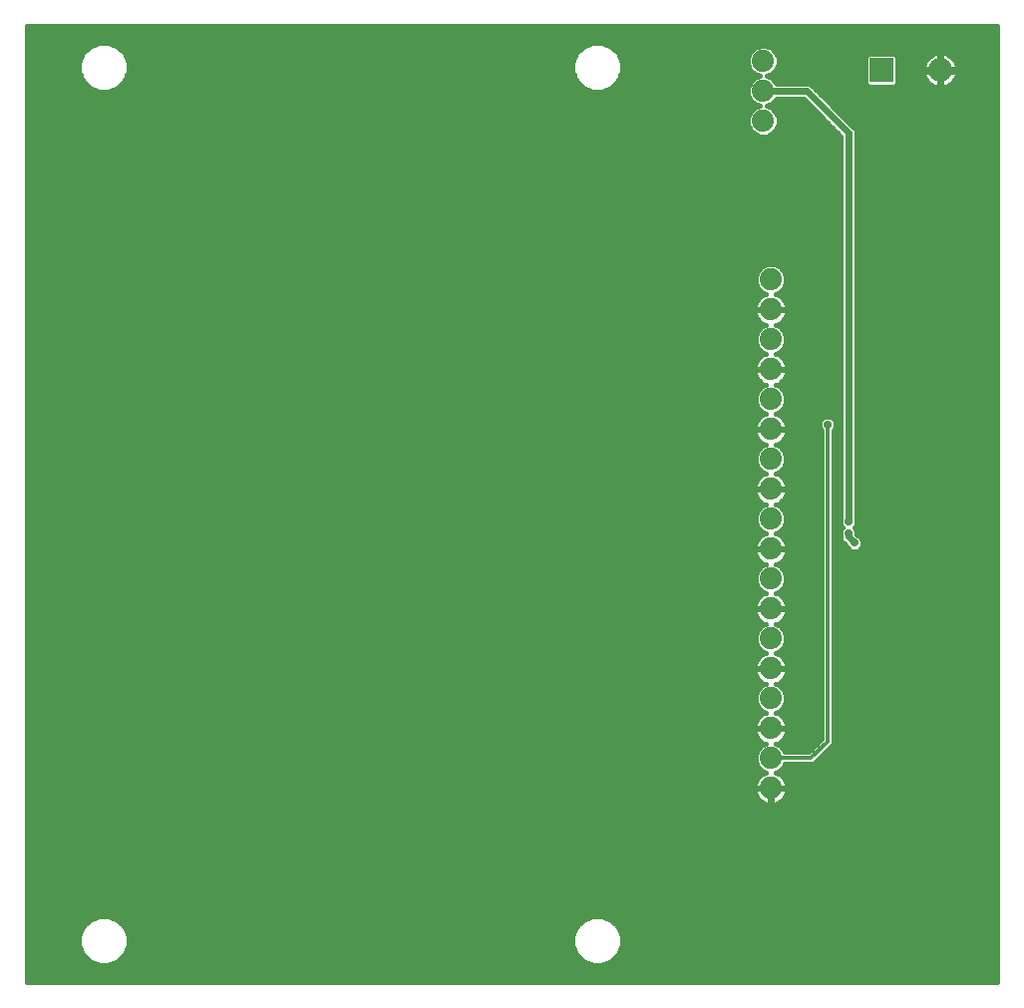
<source format=gbl>
G75*
%MOIN*%
%OFA0B0*%
%FSLAX25Y25*%
%IPPOS*%
%LPD*%
%AMOC8*
5,1,8,0,0,1.08239X$1,22.5*
%
%ADD10C,0.07400*%
%ADD11R,0.08000X0.08000*%
%ADD12C,0.08000*%
%ADD13C,0.01600*%
%ADD14C,0.03000*%
%ADD15C,0.02400*%
%ADD16C,0.02778*%
%ADD17C,0.01200*%
D10*
X0299595Y0114933D03*
X0299595Y0124933D03*
X0299595Y0134933D03*
X0299595Y0144933D03*
X0299595Y0154933D03*
X0299595Y0164933D03*
X0299595Y0174933D03*
X0299595Y0184933D03*
X0299595Y0194933D03*
X0299595Y0204933D03*
X0299595Y0214933D03*
X0299595Y0224933D03*
X0299595Y0234933D03*
X0299595Y0244933D03*
X0299595Y0254933D03*
X0299595Y0264933D03*
X0299595Y0274933D03*
X0299595Y0284933D03*
X0297095Y0337933D03*
X0297095Y0347933D03*
X0297095Y0357933D03*
D11*
X0336595Y0354933D03*
D12*
X0356280Y0354933D03*
D13*
X0050895Y0369633D02*
X0050895Y0050233D01*
X0375295Y0050233D01*
X0375295Y0369633D01*
X0050895Y0369633D01*
X0050895Y0369234D02*
X0375295Y0369234D01*
X0375295Y0367635D02*
X0050895Y0367635D01*
X0050895Y0366037D02*
X0375295Y0366037D01*
X0375295Y0364438D02*
X0050895Y0364438D01*
X0050895Y0362840D02*
X0071905Y0362840D01*
X0071950Y0362885D02*
X0069644Y0360578D01*
X0068395Y0357564D01*
X0068395Y0354302D01*
X0069644Y0351288D01*
X0071950Y0348981D01*
X0074964Y0347733D01*
X0078226Y0347733D01*
X0081240Y0348981D01*
X0083547Y0351288D01*
X0084795Y0354302D01*
X0084795Y0357564D01*
X0083547Y0360578D01*
X0081240Y0362885D01*
X0078226Y0364133D01*
X0074964Y0364133D01*
X0071950Y0362885D01*
X0070307Y0361241D02*
X0050895Y0361241D01*
X0050895Y0359643D02*
X0069256Y0359643D01*
X0068594Y0358044D02*
X0050895Y0358044D01*
X0050895Y0356446D02*
X0068395Y0356446D01*
X0068395Y0354847D02*
X0050895Y0354847D01*
X0050895Y0353249D02*
X0068831Y0353249D01*
X0069494Y0351650D02*
X0050895Y0351650D01*
X0050895Y0350052D02*
X0070880Y0350052D01*
X0073226Y0348453D02*
X0050895Y0348453D01*
X0050895Y0346855D02*
X0292022Y0346855D01*
X0291995Y0346919D02*
X0292772Y0345044D01*
X0294206Y0343609D01*
X0295839Y0342933D01*
X0294206Y0342257D01*
X0292772Y0340822D01*
X0291995Y0338948D01*
X0291995Y0336919D01*
X0292772Y0335044D01*
X0294206Y0333609D01*
X0296081Y0332833D01*
X0298110Y0332833D01*
X0299984Y0333609D01*
X0301419Y0335044D01*
X0302195Y0336919D01*
X0302195Y0338948D01*
X0301419Y0340822D01*
X0299984Y0342257D01*
X0298351Y0342933D01*
X0299984Y0343609D01*
X0301419Y0345044D01*
X0301538Y0345333D01*
X0310518Y0345333D01*
X0322995Y0332856D01*
X0322995Y0204944D01*
X0322806Y0204488D01*
X0322806Y0203378D01*
X0323231Y0202353D01*
X0323544Y0202040D01*
X0323231Y0201727D01*
X0322806Y0200702D01*
X0322806Y0199592D01*
X0322995Y0199136D01*
X0322995Y0198416D01*
X0323391Y0197460D01*
X0325042Y0195809D01*
X0325231Y0195353D01*
X0326015Y0194569D01*
X0327040Y0194144D01*
X0328150Y0194144D01*
X0329175Y0194569D01*
X0329960Y0195353D01*
X0330384Y0196378D01*
X0330384Y0197488D01*
X0329960Y0198513D01*
X0329175Y0199297D01*
X0328719Y0199486D01*
X0328384Y0199821D01*
X0328384Y0200702D01*
X0327960Y0201727D01*
X0327646Y0202040D01*
X0327960Y0202353D01*
X0328384Y0203378D01*
X0328384Y0204488D01*
X0328195Y0204944D01*
X0328195Y0334450D01*
X0327799Y0335406D01*
X0327068Y0336137D01*
X0313799Y0349406D01*
X0313068Y0350137D01*
X0312112Y0350533D01*
X0301538Y0350533D01*
X0301419Y0350822D01*
X0299984Y0352257D01*
X0298351Y0352933D01*
X0299984Y0353609D01*
X0301419Y0355044D01*
X0302195Y0356919D01*
X0302195Y0358948D01*
X0301419Y0360822D01*
X0299984Y0362257D01*
X0298110Y0363033D01*
X0296081Y0363033D01*
X0294206Y0362257D01*
X0292772Y0360822D01*
X0291995Y0358948D01*
X0291995Y0356919D01*
X0292772Y0355044D01*
X0294206Y0353609D01*
X0295839Y0352933D01*
X0294206Y0352257D01*
X0292772Y0350822D01*
X0291995Y0348948D01*
X0291995Y0346919D01*
X0291995Y0348453D02*
X0244965Y0348453D01*
X0246240Y0348981D02*
X0248547Y0351288D01*
X0249795Y0354302D01*
X0249795Y0357564D01*
X0248547Y0360578D01*
X0246240Y0362885D01*
X0243226Y0364133D01*
X0239964Y0364133D01*
X0236950Y0362885D01*
X0234644Y0360578D01*
X0233395Y0357564D01*
X0233395Y0354302D01*
X0234644Y0351288D01*
X0236950Y0348981D01*
X0239964Y0347733D01*
X0243226Y0347733D01*
X0246240Y0348981D01*
X0247310Y0350052D02*
X0292453Y0350052D01*
X0293600Y0351650D02*
X0248697Y0351650D01*
X0249359Y0353249D02*
X0295077Y0353249D01*
X0292968Y0354847D02*
X0249795Y0354847D01*
X0249795Y0356446D02*
X0292191Y0356446D01*
X0291995Y0358044D02*
X0249596Y0358044D01*
X0248934Y0359643D02*
X0292283Y0359643D01*
X0293191Y0361241D02*
X0247883Y0361241D01*
X0246285Y0362840D02*
X0295614Y0362840D01*
X0298576Y0362840D02*
X0375295Y0362840D01*
X0375295Y0361241D02*
X0300999Y0361241D01*
X0301907Y0359643D02*
X0331325Y0359643D01*
X0331195Y0359513D02*
X0331195Y0350353D01*
X0332015Y0349533D01*
X0341175Y0349533D01*
X0341995Y0350353D01*
X0341995Y0359513D01*
X0341175Y0360333D01*
X0332015Y0360333D01*
X0331195Y0359513D01*
X0331195Y0358044D02*
X0302195Y0358044D01*
X0301999Y0356446D02*
X0331195Y0356446D01*
X0331195Y0354847D02*
X0301222Y0354847D01*
X0299113Y0353249D02*
X0331195Y0353249D01*
X0331195Y0351650D02*
X0300590Y0351650D01*
X0301507Y0345256D02*
X0310595Y0345256D01*
X0312194Y0343658D02*
X0300032Y0343658D01*
X0300182Y0342059D02*
X0313792Y0342059D01*
X0315391Y0340461D02*
X0301568Y0340461D01*
X0302195Y0338862D02*
X0316989Y0338862D01*
X0318588Y0337264D02*
X0302195Y0337264D01*
X0301676Y0335665D02*
X0320186Y0335665D01*
X0321785Y0334067D02*
X0300441Y0334067D01*
X0293749Y0334067D02*
X0050895Y0334067D01*
X0050895Y0335665D02*
X0292514Y0335665D01*
X0291995Y0337264D02*
X0050895Y0337264D01*
X0050895Y0338862D02*
X0291995Y0338862D01*
X0292622Y0340461D02*
X0050895Y0340461D01*
X0050895Y0342059D02*
X0294009Y0342059D01*
X0294158Y0343658D02*
X0050895Y0343658D01*
X0050895Y0345256D02*
X0292684Y0345256D01*
X0313153Y0350052D02*
X0331497Y0350052D01*
X0341694Y0350052D02*
X0353131Y0350052D01*
X0353240Y0349972D02*
X0354054Y0349558D01*
X0354922Y0349276D01*
X0355801Y0349137D01*
X0355801Y0354453D01*
X0356760Y0354453D01*
X0356760Y0349137D01*
X0357638Y0349276D01*
X0358507Y0349558D01*
X0359320Y0349972D01*
X0360059Y0350509D01*
X0360704Y0351155D01*
X0361241Y0351893D01*
X0361655Y0352707D01*
X0361937Y0353575D01*
X0362077Y0354454D01*
X0356760Y0354454D01*
X0356760Y0355413D01*
X0355801Y0355413D01*
X0355801Y0360729D01*
X0354922Y0360590D01*
X0354054Y0360308D01*
X0353240Y0359894D01*
X0352502Y0359357D01*
X0351856Y0358712D01*
X0351320Y0357973D01*
X0350905Y0357159D01*
X0350623Y0356291D01*
X0350484Y0355413D01*
X0355801Y0355413D01*
X0355801Y0354454D01*
X0350484Y0354454D01*
X0350623Y0353575D01*
X0350905Y0352707D01*
X0351320Y0351893D01*
X0351856Y0351155D01*
X0352502Y0350509D01*
X0353240Y0349972D01*
X0351496Y0351650D02*
X0341995Y0351650D01*
X0341995Y0353249D02*
X0350729Y0353249D01*
X0350673Y0356446D02*
X0341995Y0356446D01*
X0341995Y0358044D02*
X0351371Y0358044D01*
X0352895Y0359643D02*
X0341865Y0359643D01*
X0341995Y0354847D02*
X0355801Y0354847D01*
X0356760Y0354847D02*
X0375295Y0354847D01*
X0375295Y0353249D02*
X0361831Y0353249D01*
X0361064Y0351650D02*
X0375295Y0351650D01*
X0375295Y0350052D02*
X0359429Y0350052D01*
X0356760Y0350052D02*
X0355801Y0350052D01*
X0355801Y0351650D02*
X0356760Y0351650D01*
X0356760Y0353249D02*
X0355801Y0353249D01*
X0356760Y0355413D02*
X0362077Y0355413D01*
X0361937Y0356291D01*
X0361655Y0357159D01*
X0361241Y0357973D01*
X0360704Y0358712D01*
X0360059Y0359357D01*
X0359320Y0359894D01*
X0358507Y0360308D01*
X0357638Y0360590D01*
X0356760Y0360729D01*
X0356760Y0355413D01*
X0356760Y0356446D02*
X0355801Y0356446D01*
X0355801Y0358044D02*
X0356760Y0358044D01*
X0356760Y0359643D02*
X0355801Y0359643D01*
X0359665Y0359643D02*
X0375295Y0359643D01*
X0375295Y0358044D02*
X0361189Y0358044D01*
X0361887Y0356446D02*
X0375295Y0356446D01*
X0375295Y0348453D02*
X0314752Y0348453D01*
X0313799Y0349406D02*
X0313799Y0349406D01*
X0316350Y0346855D02*
X0375295Y0346855D01*
X0375295Y0345256D02*
X0317949Y0345256D01*
X0319547Y0343658D02*
X0375295Y0343658D01*
X0375295Y0342059D02*
X0321146Y0342059D01*
X0322744Y0340461D02*
X0375295Y0340461D01*
X0375295Y0338862D02*
X0324343Y0338862D01*
X0325942Y0337264D02*
X0375295Y0337264D01*
X0375295Y0335665D02*
X0327540Y0335665D01*
X0327068Y0336137D02*
X0327068Y0336137D01*
X0328195Y0334067D02*
X0375295Y0334067D01*
X0375295Y0332468D02*
X0328195Y0332468D01*
X0328195Y0330870D02*
X0375295Y0330870D01*
X0375295Y0329271D02*
X0328195Y0329271D01*
X0328195Y0327673D02*
X0375295Y0327673D01*
X0375295Y0326074D02*
X0328195Y0326074D01*
X0328195Y0324476D02*
X0375295Y0324476D01*
X0375295Y0322877D02*
X0328195Y0322877D01*
X0328195Y0321279D02*
X0375295Y0321279D01*
X0375295Y0319680D02*
X0328195Y0319680D01*
X0328195Y0318081D02*
X0375295Y0318081D01*
X0375295Y0316483D02*
X0328195Y0316483D01*
X0328195Y0314884D02*
X0375295Y0314884D01*
X0375295Y0313286D02*
X0328195Y0313286D01*
X0328195Y0311687D02*
X0375295Y0311687D01*
X0375295Y0310089D02*
X0328195Y0310089D01*
X0328195Y0308490D02*
X0375295Y0308490D01*
X0375295Y0306892D02*
X0328195Y0306892D01*
X0328195Y0305293D02*
X0375295Y0305293D01*
X0375295Y0303695D02*
X0328195Y0303695D01*
X0328195Y0302096D02*
X0375295Y0302096D01*
X0375295Y0300498D02*
X0328195Y0300498D01*
X0328195Y0298899D02*
X0375295Y0298899D01*
X0375295Y0297301D02*
X0328195Y0297301D01*
X0328195Y0295702D02*
X0375295Y0295702D01*
X0375295Y0294104D02*
X0328195Y0294104D01*
X0328195Y0292505D02*
X0375295Y0292505D01*
X0375295Y0290907D02*
X0328195Y0290907D01*
X0328195Y0289308D02*
X0375295Y0289308D01*
X0375295Y0287710D02*
X0328195Y0287710D01*
X0328195Y0286111D02*
X0375295Y0286111D01*
X0375295Y0284513D02*
X0328195Y0284513D01*
X0328195Y0282914D02*
X0375295Y0282914D01*
X0375295Y0281316D02*
X0328195Y0281316D01*
X0328195Y0279717D02*
X0375295Y0279717D01*
X0375295Y0278119D02*
X0328195Y0278119D01*
X0328195Y0276520D02*
X0375295Y0276520D01*
X0375295Y0274922D02*
X0328195Y0274922D01*
X0328195Y0273323D02*
X0375295Y0273323D01*
X0375295Y0271725D02*
X0328195Y0271725D01*
X0328195Y0270126D02*
X0375295Y0270126D01*
X0375295Y0268528D02*
X0328195Y0268528D01*
X0328195Y0266929D02*
X0375295Y0266929D01*
X0375295Y0265331D02*
X0328195Y0265331D01*
X0328195Y0263732D02*
X0375295Y0263732D01*
X0375295Y0262134D02*
X0328195Y0262134D01*
X0328195Y0260535D02*
X0375295Y0260535D01*
X0375295Y0258937D02*
X0328195Y0258937D01*
X0328195Y0257338D02*
X0375295Y0257338D01*
X0375295Y0255740D02*
X0328195Y0255740D01*
X0328195Y0254141D02*
X0375295Y0254141D01*
X0375295Y0252543D02*
X0328195Y0252543D01*
X0328195Y0250944D02*
X0375295Y0250944D01*
X0375295Y0249345D02*
X0328195Y0249345D01*
X0328195Y0247747D02*
X0375295Y0247747D01*
X0375295Y0246148D02*
X0328195Y0246148D01*
X0328195Y0244550D02*
X0375295Y0244550D01*
X0375295Y0242951D02*
X0328195Y0242951D01*
X0328195Y0241353D02*
X0375295Y0241353D01*
X0375295Y0239754D02*
X0328195Y0239754D01*
X0328195Y0238156D02*
X0375295Y0238156D01*
X0375295Y0236557D02*
X0328195Y0236557D01*
X0328195Y0234959D02*
X0375295Y0234959D01*
X0375295Y0233360D02*
X0328195Y0233360D01*
X0328195Y0231762D02*
X0375295Y0231762D01*
X0375295Y0230163D02*
X0328195Y0230163D01*
X0328195Y0228565D02*
X0375295Y0228565D01*
X0375295Y0226966D02*
X0328195Y0226966D01*
X0328195Y0225368D02*
X0375295Y0225368D01*
X0375295Y0223769D02*
X0328195Y0223769D01*
X0328195Y0222171D02*
X0375295Y0222171D01*
X0375295Y0220572D02*
X0328195Y0220572D01*
X0328195Y0218974D02*
X0375295Y0218974D01*
X0375295Y0217375D02*
X0328195Y0217375D01*
X0328195Y0215777D02*
X0375295Y0215777D01*
X0375295Y0214178D02*
X0328195Y0214178D01*
X0328195Y0212580D02*
X0375295Y0212580D01*
X0375295Y0210981D02*
X0328195Y0210981D01*
X0328195Y0209383D02*
X0375295Y0209383D01*
X0375295Y0207784D02*
X0328195Y0207784D01*
X0328195Y0206186D02*
X0375295Y0206186D01*
X0375295Y0204587D02*
X0328343Y0204587D01*
X0328223Y0202989D02*
X0375295Y0202989D01*
X0375295Y0201390D02*
X0328099Y0201390D01*
X0328413Y0199792D02*
X0375295Y0199792D01*
X0375295Y0198193D02*
X0330092Y0198193D01*
X0330384Y0196595D02*
X0375295Y0196595D01*
X0375295Y0194996D02*
X0329602Y0194996D01*
X0325588Y0194996D02*
X0320595Y0194996D01*
X0320595Y0193398D02*
X0375295Y0193398D01*
X0375295Y0191799D02*
X0320595Y0191799D01*
X0320595Y0190201D02*
X0375295Y0190201D01*
X0375295Y0188602D02*
X0320595Y0188602D01*
X0320595Y0187004D02*
X0375295Y0187004D01*
X0375295Y0185405D02*
X0320595Y0185405D01*
X0320595Y0183807D02*
X0375295Y0183807D01*
X0375295Y0182208D02*
X0320595Y0182208D01*
X0320595Y0180610D02*
X0375295Y0180610D01*
X0375295Y0179011D02*
X0320595Y0179011D01*
X0320595Y0177412D02*
X0375295Y0177412D01*
X0375295Y0175814D02*
X0320595Y0175814D01*
X0320595Y0174215D02*
X0375295Y0174215D01*
X0375295Y0172617D02*
X0320595Y0172617D01*
X0320595Y0171018D02*
X0375295Y0171018D01*
X0375295Y0169420D02*
X0320595Y0169420D01*
X0320595Y0167821D02*
X0375295Y0167821D01*
X0375295Y0166223D02*
X0320595Y0166223D01*
X0320595Y0164624D02*
X0375295Y0164624D01*
X0375295Y0163026D02*
X0320595Y0163026D01*
X0320595Y0161427D02*
X0375295Y0161427D01*
X0375295Y0159829D02*
X0320595Y0159829D01*
X0320595Y0158230D02*
X0375295Y0158230D01*
X0375295Y0156632D02*
X0320595Y0156632D01*
X0320595Y0155033D02*
X0375295Y0155033D01*
X0375295Y0153435D02*
X0320595Y0153435D01*
X0320595Y0151836D02*
X0375295Y0151836D01*
X0375295Y0150238D02*
X0320595Y0150238D01*
X0320595Y0148639D02*
X0375295Y0148639D01*
X0375295Y0147041D02*
X0320595Y0147041D01*
X0320595Y0145442D02*
X0375295Y0145442D01*
X0375295Y0143844D02*
X0320595Y0143844D01*
X0320595Y0142245D02*
X0375295Y0142245D01*
X0375295Y0140647D02*
X0320595Y0140647D01*
X0320595Y0139048D02*
X0375295Y0139048D01*
X0375295Y0137450D02*
X0320595Y0137450D01*
X0320595Y0135851D02*
X0375295Y0135851D01*
X0375295Y0134253D02*
X0320595Y0134253D01*
X0320595Y0132654D02*
X0375295Y0132654D01*
X0375295Y0131056D02*
X0320595Y0131056D01*
X0320595Y0129605D02*
X0320595Y0234489D01*
X0320960Y0234853D01*
X0321384Y0235878D01*
X0321384Y0236988D01*
X0320960Y0238013D01*
X0320175Y0238797D01*
X0319150Y0239222D01*
X0318040Y0239222D01*
X0317015Y0238797D01*
X0316231Y0238013D01*
X0315806Y0236988D01*
X0315806Y0235878D01*
X0316231Y0234853D01*
X0316595Y0234489D01*
X0316595Y0131261D01*
X0312267Y0126933D01*
X0304287Y0126933D01*
X0303919Y0127822D01*
X0302484Y0129257D01*
X0301358Y0129723D01*
X0301706Y0129836D01*
X0302478Y0130229D01*
X0303178Y0130738D01*
X0303790Y0131350D01*
X0304299Y0132050D01*
X0304692Y0132822D01*
X0304960Y0133645D01*
X0305095Y0134500D01*
X0305095Y0134733D01*
X0299795Y0134733D01*
X0299795Y0135133D01*
X0305095Y0135133D01*
X0305095Y0135366D01*
X0304960Y0136221D01*
X0304692Y0137044D01*
X0304299Y0137816D01*
X0303790Y0138516D01*
X0303178Y0139128D01*
X0302478Y0139637D01*
X0301706Y0140030D01*
X0301358Y0140143D01*
X0302484Y0140609D01*
X0303919Y0142044D01*
X0304695Y0143919D01*
X0304695Y0145948D01*
X0303919Y0147822D01*
X0302484Y0149257D01*
X0301358Y0149723D01*
X0301706Y0149836D01*
X0302478Y0150229D01*
X0303178Y0150738D01*
X0303790Y0151350D01*
X0304299Y0152050D01*
X0304692Y0152822D01*
X0304960Y0153645D01*
X0305095Y0154500D01*
X0305095Y0154733D01*
X0299795Y0154733D01*
X0299795Y0155133D01*
X0305095Y0155133D01*
X0305095Y0155366D01*
X0304960Y0156221D01*
X0304692Y0157044D01*
X0304299Y0157816D01*
X0303790Y0158516D01*
X0303178Y0159128D01*
X0302478Y0159637D01*
X0301706Y0160030D01*
X0301358Y0160143D01*
X0302484Y0160609D01*
X0303919Y0162044D01*
X0304695Y0163919D01*
X0304695Y0165948D01*
X0303919Y0167822D01*
X0302484Y0169257D01*
X0301358Y0169723D01*
X0301706Y0169836D01*
X0302478Y0170229D01*
X0303178Y0170738D01*
X0303790Y0171350D01*
X0304299Y0172050D01*
X0304692Y0172822D01*
X0304960Y0173645D01*
X0305095Y0174500D01*
X0305095Y0174733D01*
X0299795Y0174733D01*
X0299795Y0175133D01*
X0305095Y0175133D01*
X0305095Y0175366D01*
X0304960Y0176221D01*
X0304692Y0177044D01*
X0304299Y0177816D01*
X0303790Y0178516D01*
X0303178Y0179128D01*
X0302478Y0179637D01*
X0301706Y0180030D01*
X0301358Y0180143D01*
X0302484Y0180609D01*
X0303919Y0182044D01*
X0304695Y0183919D01*
X0304695Y0185948D01*
X0303919Y0187822D01*
X0302484Y0189257D01*
X0301358Y0189723D01*
X0301706Y0189836D01*
X0302478Y0190229D01*
X0303178Y0190738D01*
X0303790Y0191350D01*
X0304299Y0192050D01*
X0304692Y0192822D01*
X0304960Y0193645D01*
X0305095Y0194500D01*
X0305095Y0194733D01*
X0299795Y0194733D01*
X0299795Y0195133D01*
X0305095Y0195133D01*
X0305095Y0195366D01*
X0304960Y0196221D01*
X0304692Y0197044D01*
X0304299Y0197816D01*
X0303790Y0198516D01*
X0303178Y0199128D01*
X0302478Y0199637D01*
X0301706Y0200030D01*
X0301358Y0200143D01*
X0302484Y0200609D01*
X0303919Y0202044D01*
X0304695Y0203919D01*
X0304695Y0205948D01*
X0303919Y0207822D01*
X0302484Y0209257D01*
X0301358Y0209723D01*
X0301706Y0209836D01*
X0302478Y0210229D01*
X0303178Y0210738D01*
X0303790Y0211350D01*
X0304299Y0212050D01*
X0304692Y0212822D01*
X0304960Y0213645D01*
X0305095Y0214500D01*
X0305095Y0214733D01*
X0299795Y0214733D01*
X0299795Y0215133D01*
X0305095Y0215133D01*
X0305095Y0215366D01*
X0304960Y0216221D01*
X0304692Y0217044D01*
X0304299Y0217816D01*
X0303790Y0218516D01*
X0303178Y0219128D01*
X0302478Y0219637D01*
X0301706Y0220030D01*
X0301358Y0220143D01*
X0302484Y0220609D01*
X0303919Y0222044D01*
X0304695Y0223919D01*
X0304695Y0225948D01*
X0303919Y0227822D01*
X0302484Y0229257D01*
X0301358Y0229723D01*
X0301706Y0229836D01*
X0302478Y0230229D01*
X0303178Y0230738D01*
X0303790Y0231350D01*
X0304299Y0232050D01*
X0304692Y0232822D01*
X0304960Y0233645D01*
X0305095Y0234500D01*
X0305095Y0234733D01*
X0299795Y0234733D01*
X0299795Y0235133D01*
X0305095Y0235133D01*
X0305095Y0235366D01*
X0304960Y0236221D01*
X0304692Y0237044D01*
X0304299Y0237816D01*
X0303790Y0238516D01*
X0303178Y0239128D01*
X0302478Y0239637D01*
X0301706Y0240030D01*
X0301358Y0240143D01*
X0302484Y0240609D01*
X0303919Y0242044D01*
X0304695Y0243919D01*
X0304695Y0245948D01*
X0303919Y0247822D01*
X0302484Y0249257D01*
X0301358Y0249723D01*
X0301706Y0249836D01*
X0302478Y0250229D01*
X0303178Y0250738D01*
X0303790Y0251350D01*
X0304299Y0252050D01*
X0304692Y0252822D01*
X0304960Y0253645D01*
X0305095Y0254500D01*
X0305095Y0254733D01*
X0299795Y0254733D01*
X0299795Y0255133D01*
X0305095Y0255133D01*
X0305095Y0255366D01*
X0304960Y0256221D01*
X0304692Y0257044D01*
X0304299Y0257816D01*
X0303790Y0258516D01*
X0303178Y0259128D01*
X0302478Y0259637D01*
X0301706Y0260030D01*
X0301358Y0260143D01*
X0302484Y0260609D01*
X0303919Y0262044D01*
X0304695Y0263919D01*
X0304695Y0265948D01*
X0303919Y0267822D01*
X0302484Y0269257D01*
X0301358Y0269723D01*
X0301706Y0269836D01*
X0302478Y0270229D01*
X0303178Y0270738D01*
X0303790Y0271350D01*
X0304299Y0272050D01*
X0304692Y0272822D01*
X0304960Y0273645D01*
X0305095Y0274500D01*
X0305095Y0274733D01*
X0299795Y0274733D01*
X0299795Y0275133D01*
X0305095Y0275133D01*
X0305095Y0275366D01*
X0304960Y0276221D01*
X0304692Y0277044D01*
X0304299Y0277816D01*
X0303790Y0278516D01*
X0303178Y0279128D01*
X0302478Y0279637D01*
X0301706Y0280030D01*
X0301358Y0280143D01*
X0302484Y0280609D01*
X0303919Y0282044D01*
X0304695Y0283919D01*
X0304695Y0285948D01*
X0303919Y0287822D01*
X0302484Y0289257D01*
X0300610Y0290033D01*
X0298581Y0290033D01*
X0296706Y0289257D01*
X0295272Y0287822D01*
X0294495Y0285948D01*
X0294495Y0283919D01*
X0295272Y0282044D01*
X0296706Y0280609D01*
X0297832Y0280143D01*
X0297484Y0280030D01*
X0296713Y0279637D01*
X0296012Y0279128D01*
X0295400Y0278516D01*
X0294891Y0277816D01*
X0294498Y0277044D01*
X0294231Y0276221D01*
X0294095Y0275366D01*
X0294095Y0275133D01*
X0299395Y0275133D01*
X0299395Y0274733D01*
X0294095Y0274733D01*
X0294095Y0274500D01*
X0294231Y0273645D01*
X0294498Y0272822D01*
X0294891Y0272050D01*
X0295400Y0271350D01*
X0296012Y0270738D01*
X0296713Y0270229D01*
X0297484Y0269836D01*
X0297832Y0269723D01*
X0296706Y0269257D01*
X0295272Y0267822D01*
X0294495Y0265948D01*
X0294495Y0263919D01*
X0295272Y0262044D01*
X0296706Y0260609D01*
X0297832Y0260143D01*
X0297484Y0260030D01*
X0296713Y0259637D01*
X0296012Y0259128D01*
X0295400Y0258516D01*
X0294891Y0257816D01*
X0294498Y0257044D01*
X0294231Y0256221D01*
X0294095Y0255366D01*
X0294095Y0255133D01*
X0299395Y0255133D01*
X0299395Y0254733D01*
X0294095Y0254733D01*
X0294095Y0254500D01*
X0294231Y0253645D01*
X0294498Y0252822D01*
X0294891Y0252050D01*
X0295400Y0251350D01*
X0296012Y0250738D01*
X0296713Y0250229D01*
X0297484Y0249836D01*
X0297832Y0249723D01*
X0296706Y0249257D01*
X0295272Y0247822D01*
X0294495Y0245948D01*
X0294495Y0243919D01*
X0295272Y0242044D01*
X0296706Y0240609D01*
X0297832Y0240143D01*
X0297484Y0240030D01*
X0296713Y0239637D01*
X0296012Y0239128D01*
X0295400Y0238516D01*
X0294891Y0237816D01*
X0294498Y0237044D01*
X0294231Y0236221D01*
X0294095Y0235366D01*
X0294095Y0235133D01*
X0299395Y0235133D01*
X0299395Y0234733D01*
X0294095Y0234733D01*
X0294095Y0234500D01*
X0294231Y0233645D01*
X0294498Y0232822D01*
X0294891Y0232050D01*
X0295400Y0231350D01*
X0296012Y0230738D01*
X0296713Y0230229D01*
X0297484Y0229836D01*
X0297832Y0229723D01*
X0296706Y0229257D01*
X0295272Y0227822D01*
X0294495Y0225948D01*
X0294495Y0223919D01*
X0295272Y0222044D01*
X0296706Y0220609D01*
X0297832Y0220143D01*
X0297484Y0220030D01*
X0296713Y0219637D01*
X0296012Y0219128D01*
X0295400Y0218516D01*
X0294891Y0217816D01*
X0294498Y0217044D01*
X0294231Y0216221D01*
X0294095Y0215366D01*
X0294095Y0215133D01*
X0299395Y0215133D01*
X0299395Y0214733D01*
X0294095Y0214733D01*
X0294095Y0214500D01*
X0294231Y0213645D01*
X0294498Y0212822D01*
X0294891Y0212050D01*
X0295400Y0211350D01*
X0296012Y0210738D01*
X0296713Y0210229D01*
X0297484Y0209836D01*
X0297832Y0209723D01*
X0296706Y0209257D01*
X0295272Y0207822D01*
X0294495Y0205948D01*
X0294495Y0203919D01*
X0295272Y0202044D01*
X0296706Y0200609D01*
X0297832Y0200143D01*
X0297484Y0200030D01*
X0296713Y0199637D01*
X0296012Y0199128D01*
X0295400Y0198516D01*
X0294891Y0197816D01*
X0294498Y0197044D01*
X0294231Y0196221D01*
X0294095Y0195366D01*
X0294095Y0195133D01*
X0299395Y0195133D01*
X0299395Y0194733D01*
X0294095Y0194733D01*
X0294095Y0194500D01*
X0294231Y0193645D01*
X0294498Y0192822D01*
X0294891Y0192050D01*
X0295400Y0191350D01*
X0296012Y0190738D01*
X0296713Y0190229D01*
X0297484Y0189836D01*
X0297832Y0189723D01*
X0296706Y0189257D01*
X0295272Y0187822D01*
X0294495Y0185948D01*
X0294495Y0183919D01*
X0295272Y0182044D01*
X0296706Y0180609D01*
X0297832Y0180143D01*
X0297484Y0180030D01*
X0296713Y0179637D01*
X0296012Y0179128D01*
X0295400Y0178516D01*
X0294891Y0177816D01*
X0294498Y0177044D01*
X0294231Y0176221D01*
X0294095Y0175366D01*
X0294095Y0175133D01*
X0299395Y0175133D01*
X0299395Y0174733D01*
X0294095Y0174733D01*
X0294095Y0174500D01*
X0294231Y0173645D01*
X0294498Y0172822D01*
X0294891Y0172050D01*
X0295400Y0171350D01*
X0296012Y0170738D01*
X0296713Y0170229D01*
X0297484Y0169836D01*
X0297832Y0169723D01*
X0296706Y0169257D01*
X0295272Y0167822D01*
X0294495Y0165948D01*
X0294495Y0163919D01*
X0295272Y0162044D01*
X0296706Y0160609D01*
X0297832Y0160143D01*
X0297484Y0160030D01*
X0296713Y0159637D01*
X0296012Y0159128D01*
X0295400Y0158516D01*
X0294891Y0157816D01*
X0294498Y0157044D01*
X0294231Y0156221D01*
X0294095Y0155366D01*
X0294095Y0155133D01*
X0299395Y0155133D01*
X0299395Y0154733D01*
X0294095Y0154733D01*
X0294095Y0154500D01*
X0294231Y0153645D01*
X0294498Y0152822D01*
X0294891Y0152050D01*
X0295400Y0151350D01*
X0296012Y0150738D01*
X0296713Y0150229D01*
X0297484Y0149836D01*
X0297832Y0149723D01*
X0296706Y0149257D01*
X0295272Y0147822D01*
X0294495Y0145948D01*
X0294495Y0143919D01*
X0295272Y0142044D01*
X0296706Y0140609D01*
X0297832Y0140143D01*
X0297484Y0140030D01*
X0296713Y0139637D01*
X0296012Y0139128D01*
X0295400Y0138516D01*
X0294891Y0137816D01*
X0294498Y0137044D01*
X0294231Y0136221D01*
X0294095Y0135366D01*
X0294095Y0135133D01*
X0299395Y0135133D01*
X0299395Y0134733D01*
X0294095Y0134733D01*
X0294095Y0134500D01*
X0294231Y0133645D01*
X0294498Y0132822D01*
X0294891Y0132050D01*
X0295400Y0131350D01*
X0296012Y0130738D01*
X0296713Y0130229D01*
X0297484Y0129836D01*
X0297832Y0129723D01*
X0296706Y0129257D01*
X0295272Y0127822D01*
X0294495Y0125948D01*
X0294495Y0123919D01*
X0295272Y0122044D01*
X0296706Y0120609D01*
X0297832Y0120143D01*
X0297484Y0120030D01*
X0296713Y0119637D01*
X0296012Y0119128D01*
X0295400Y0118516D01*
X0294891Y0117816D01*
X0294498Y0117044D01*
X0294231Y0116221D01*
X0294095Y0115366D01*
X0294095Y0115133D01*
X0299395Y0115133D01*
X0299395Y0114733D01*
X0294095Y0114733D01*
X0294095Y0114500D01*
X0294231Y0113645D01*
X0294498Y0112822D01*
X0294891Y0112050D01*
X0295400Y0111350D01*
X0296012Y0110738D01*
X0296713Y0110229D01*
X0297484Y0109836D01*
X0298307Y0109569D01*
X0299162Y0109433D01*
X0299395Y0109433D01*
X0299395Y0114733D01*
X0299795Y0114733D01*
X0299795Y0109433D01*
X0300028Y0109433D01*
X0300883Y0109569D01*
X0301706Y0109836D01*
X0302478Y0110229D01*
X0303178Y0110738D01*
X0303790Y0111350D01*
X0304299Y0112050D01*
X0304692Y0112822D01*
X0304960Y0113645D01*
X0305095Y0114500D01*
X0305095Y0114733D01*
X0299795Y0114733D01*
X0299795Y0115133D01*
X0305095Y0115133D01*
X0305095Y0115366D01*
X0304960Y0116221D01*
X0304692Y0117044D01*
X0304299Y0117816D01*
X0303790Y0118516D01*
X0303178Y0119128D01*
X0302478Y0119637D01*
X0301706Y0120030D01*
X0301358Y0120143D01*
X0302484Y0120609D01*
X0303919Y0122044D01*
X0304287Y0122933D01*
X0313924Y0122933D01*
X0315095Y0124105D01*
X0320595Y0129605D01*
X0320448Y0129457D02*
X0375295Y0129457D01*
X0375295Y0127859D02*
X0318849Y0127859D01*
X0317251Y0126260D02*
X0375295Y0126260D01*
X0375295Y0124662D02*
X0315652Y0124662D01*
X0314054Y0123063D02*
X0375295Y0123063D01*
X0375295Y0121465D02*
X0303339Y0121465D01*
X0302028Y0119866D02*
X0375295Y0119866D01*
X0375295Y0118268D02*
X0303971Y0118268D01*
X0304814Y0116669D02*
X0375295Y0116669D01*
X0375295Y0115071D02*
X0299795Y0115071D01*
X0299395Y0115071D02*
X0050895Y0115071D01*
X0050895Y0116669D02*
X0294376Y0116669D01*
X0295219Y0118268D02*
X0050895Y0118268D01*
X0050895Y0119866D02*
X0297162Y0119866D01*
X0295851Y0121465D02*
X0050895Y0121465D01*
X0050895Y0123063D02*
X0294849Y0123063D01*
X0294495Y0124662D02*
X0050895Y0124662D01*
X0050895Y0126260D02*
X0294625Y0126260D01*
X0295308Y0127859D02*
X0050895Y0127859D01*
X0050895Y0129457D02*
X0297190Y0129457D01*
X0295694Y0131056D02*
X0050895Y0131056D01*
X0050895Y0132654D02*
X0294584Y0132654D01*
X0294134Y0134253D02*
X0050895Y0134253D01*
X0050895Y0135851D02*
X0294172Y0135851D01*
X0294705Y0137450D02*
X0050895Y0137450D01*
X0050895Y0139048D02*
X0295932Y0139048D01*
X0296669Y0140647D02*
X0050895Y0140647D01*
X0050895Y0142245D02*
X0295188Y0142245D01*
X0294526Y0143844D02*
X0050895Y0143844D01*
X0050895Y0145442D02*
X0294495Y0145442D01*
X0294948Y0147041D02*
X0050895Y0147041D01*
X0050895Y0148639D02*
X0296089Y0148639D01*
X0296700Y0150238D02*
X0050895Y0150238D01*
X0050895Y0151836D02*
X0295047Y0151836D01*
X0294299Y0153435D02*
X0050895Y0153435D01*
X0050895Y0155033D02*
X0299395Y0155033D01*
X0299795Y0155033D02*
X0316595Y0155033D01*
X0316595Y0153435D02*
X0304891Y0153435D01*
X0304144Y0151836D02*
X0316595Y0151836D01*
X0316595Y0150238D02*
X0302490Y0150238D01*
X0303101Y0148639D02*
X0316595Y0148639D01*
X0316595Y0147041D02*
X0304242Y0147041D01*
X0304695Y0145442D02*
X0316595Y0145442D01*
X0316595Y0143844D02*
X0304664Y0143844D01*
X0304002Y0142245D02*
X0316595Y0142245D01*
X0316595Y0140647D02*
X0302521Y0140647D01*
X0303258Y0139048D02*
X0316595Y0139048D01*
X0316595Y0137450D02*
X0304486Y0137450D01*
X0305018Y0135851D02*
X0316595Y0135851D01*
X0316595Y0134253D02*
X0305056Y0134253D01*
X0304607Y0132654D02*
X0316595Y0132654D01*
X0316389Y0131056D02*
X0303496Y0131056D01*
X0302000Y0129457D02*
X0314791Y0129457D01*
X0313192Y0127859D02*
X0303882Y0127859D01*
X0304903Y0113472D02*
X0375295Y0113472D01*
X0375295Y0111874D02*
X0304171Y0111874D01*
X0302541Y0110275D02*
X0375295Y0110275D01*
X0375295Y0108677D02*
X0050895Y0108677D01*
X0050895Y0110275D02*
X0296649Y0110275D01*
X0295020Y0111874D02*
X0050895Y0111874D01*
X0050895Y0113472D02*
X0294287Y0113472D01*
X0299395Y0113472D02*
X0299795Y0113472D01*
X0299795Y0111874D02*
X0299395Y0111874D01*
X0299395Y0110275D02*
X0299795Y0110275D01*
X0375295Y0107078D02*
X0050895Y0107078D01*
X0050895Y0105479D02*
X0375295Y0105479D01*
X0375295Y0103881D02*
X0050895Y0103881D01*
X0050895Y0102282D02*
X0375295Y0102282D01*
X0375295Y0100684D02*
X0050895Y0100684D01*
X0050895Y0099085D02*
X0375295Y0099085D01*
X0375295Y0097487D02*
X0050895Y0097487D01*
X0050895Y0095888D02*
X0375295Y0095888D01*
X0375295Y0094290D02*
X0050895Y0094290D01*
X0050895Y0092691D02*
X0375295Y0092691D01*
X0375295Y0091093D02*
X0050895Y0091093D01*
X0050895Y0089494D02*
X0375295Y0089494D01*
X0375295Y0087896D02*
X0050895Y0087896D01*
X0050895Y0086297D02*
X0375295Y0086297D01*
X0375295Y0084699D02*
X0050895Y0084699D01*
X0050895Y0083100D02*
X0375295Y0083100D01*
X0375295Y0081502D02*
X0050895Y0081502D01*
X0050895Y0079903D02*
X0375295Y0079903D01*
X0375295Y0078305D02*
X0050895Y0078305D01*
X0050895Y0076706D02*
X0375295Y0076706D01*
X0375295Y0075108D02*
X0050895Y0075108D01*
X0050895Y0073509D02*
X0375295Y0073509D01*
X0375295Y0071911D02*
X0243763Y0071911D01*
X0243226Y0072133D02*
X0239964Y0072133D01*
X0236950Y0070885D01*
X0234644Y0068578D01*
X0233395Y0065564D01*
X0233395Y0062302D01*
X0234644Y0059288D01*
X0236950Y0056981D01*
X0239964Y0055733D01*
X0243226Y0055733D01*
X0246240Y0056981D01*
X0248547Y0059288D01*
X0249795Y0062302D01*
X0249795Y0065564D01*
X0248547Y0068578D01*
X0246240Y0070885D01*
X0243226Y0072133D01*
X0239427Y0071911D02*
X0078763Y0071911D01*
X0078226Y0072133D02*
X0074964Y0072133D01*
X0071950Y0070885D01*
X0069644Y0068578D01*
X0068395Y0065564D01*
X0068395Y0062302D01*
X0069644Y0059288D01*
X0071950Y0056981D01*
X0074964Y0055733D01*
X0078226Y0055733D01*
X0081240Y0056981D01*
X0083547Y0059288D01*
X0084795Y0062302D01*
X0084795Y0065564D01*
X0083547Y0068578D01*
X0081240Y0070885D01*
X0078226Y0072133D01*
X0074427Y0071911D02*
X0050895Y0071911D01*
X0050895Y0070312D02*
X0071378Y0070312D01*
X0069779Y0068714D02*
X0050895Y0068714D01*
X0050895Y0067115D02*
X0069038Y0067115D01*
X0068395Y0065517D02*
X0050895Y0065517D01*
X0050895Y0063918D02*
X0068395Y0063918D01*
X0068395Y0062320D02*
X0050895Y0062320D01*
X0050895Y0060721D02*
X0069050Y0060721D01*
X0069809Y0059123D02*
X0050895Y0059123D01*
X0050895Y0057524D02*
X0071408Y0057524D01*
X0074499Y0055926D02*
X0050895Y0055926D01*
X0050895Y0054327D02*
X0375295Y0054327D01*
X0375295Y0052729D02*
X0050895Y0052729D01*
X0050895Y0051130D02*
X0375295Y0051130D01*
X0375295Y0055926D02*
X0243691Y0055926D01*
X0246783Y0057524D02*
X0375295Y0057524D01*
X0375295Y0059123D02*
X0248381Y0059123D01*
X0249140Y0060721D02*
X0375295Y0060721D01*
X0375295Y0062320D02*
X0249795Y0062320D01*
X0249795Y0063918D02*
X0375295Y0063918D01*
X0375295Y0065517D02*
X0249795Y0065517D01*
X0249153Y0067115D02*
X0375295Y0067115D01*
X0375295Y0068714D02*
X0248411Y0068714D01*
X0246813Y0070312D02*
X0375295Y0070312D01*
X0239499Y0055926D02*
X0078691Y0055926D01*
X0081783Y0057524D02*
X0236408Y0057524D01*
X0234809Y0059123D02*
X0083381Y0059123D01*
X0084140Y0060721D02*
X0234050Y0060721D01*
X0233395Y0062320D02*
X0084795Y0062320D01*
X0084795Y0063918D02*
X0233395Y0063918D01*
X0233395Y0065517D02*
X0084795Y0065517D01*
X0084153Y0067115D02*
X0234038Y0067115D01*
X0234779Y0068714D02*
X0083411Y0068714D01*
X0081813Y0070312D02*
X0236378Y0070312D01*
X0294364Y0156632D02*
X0050895Y0156632D01*
X0050895Y0158230D02*
X0295192Y0158230D01*
X0297089Y0159829D02*
X0050895Y0159829D01*
X0050895Y0161427D02*
X0295888Y0161427D01*
X0294865Y0163026D02*
X0050895Y0163026D01*
X0050895Y0164624D02*
X0294495Y0164624D01*
X0294609Y0166223D02*
X0050895Y0166223D01*
X0050895Y0167821D02*
X0295271Y0167821D01*
X0297100Y0169420D02*
X0050895Y0169420D01*
X0050895Y0171018D02*
X0295732Y0171018D01*
X0294602Y0172617D02*
X0050895Y0172617D01*
X0050895Y0174215D02*
X0294140Y0174215D01*
X0294166Y0175814D02*
X0050895Y0175814D01*
X0050895Y0177412D02*
X0294686Y0177412D01*
X0295895Y0179011D02*
X0050895Y0179011D01*
X0050895Y0180610D02*
X0296706Y0180610D01*
X0295204Y0182208D02*
X0050895Y0182208D01*
X0050895Y0183807D02*
X0294542Y0183807D01*
X0294495Y0185405D02*
X0050895Y0185405D01*
X0050895Y0187004D02*
X0294933Y0187004D01*
X0296052Y0188602D02*
X0050895Y0188602D01*
X0050895Y0190201D02*
X0296768Y0190201D01*
X0295074Y0191799D02*
X0050895Y0191799D01*
X0050895Y0193398D02*
X0294311Y0193398D01*
X0294352Y0196595D02*
X0050895Y0196595D01*
X0050895Y0198193D02*
X0295165Y0198193D01*
X0297016Y0199792D02*
X0050895Y0199792D01*
X0050895Y0201390D02*
X0295926Y0201390D01*
X0294880Y0202989D02*
X0050895Y0202989D01*
X0050895Y0204587D02*
X0294495Y0204587D01*
X0294594Y0206186D02*
X0050895Y0206186D01*
X0050895Y0207784D02*
X0295256Y0207784D01*
X0297011Y0209383D02*
X0050895Y0209383D01*
X0050895Y0210981D02*
X0295769Y0210981D01*
X0294621Y0212580D02*
X0050895Y0212580D01*
X0050895Y0214178D02*
X0294146Y0214178D01*
X0294160Y0215777D02*
X0050895Y0215777D01*
X0050895Y0217375D02*
X0294667Y0217375D01*
X0295858Y0218974D02*
X0050895Y0218974D01*
X0050895Y0220572D02*
X0296796Y0220572D01*
X0295219Y0222171D02*
X0050895Y0222171D01*
X0050895Y0223769D02*
X0294557Y0223769D01*
X0294495Y0225368D02*
X0050895Y0225368D01*
X0050895Y0226966D02*
X0294917Y0226966D01*
X0296014Y0228565D02*
X0050895Y0228565D01*
X0050895Y0230163D02*
X0296841Y0230163D01*
X0295101Y0231762D02*
X0050895Y0231762D01*
X0050895Y0233360D02*
X0294323Y0233360D01*
X0294340Y0236557D02*
X0050895Y0236557D01*
X0050895Y0234959D02*
X0299395Y0234959D01*
X0299795Y0234959D02*
X0316187Y0234959D01*
X0315806Y0236557D02*
X0304850Y0236557D01*
X0304052Y0238156D02*
X0316374Y0238156D01*
X0320816Y0238156D02*
X0322995Y0238156D01*
X0322995Y0239754D02*
X0302247Y0239754D01*
X0303227Y0241353D02*
X0322995Y0241353D01*
X0322995Y0242951D02*
X0304295Y0242951D01*
X0304695Y0244550D02*
X0322995Y0244550D01*
X0322995Y0246148D02*
X0304612Y0246148D01*
X0303950Y0247747D02*
X0322995Y0247747D01*
X0322995Y0249345D02*
X0302270Y0249345D01*
X0303384Y0250944D02*
X0322995Y0250944D01*
X0322995Y0252543D02*
X0304550Y0252543D01*
X0305038Y0254141D02*
X0322995Y0254141D01*
X0322995Y0255740D02*
X0305036Y0255740D01*
X0304543Y0257338D02*
X0322995Y0257338D01*
X0322995Y0258937D02*
X0303370Y0258937D01*
X0302304Y0260535D02*
X0322995Y0260535D01*
X0322995Y0262134D02*
X0303956Y0262134D01*
X0304618Y0263732D02*
X0322995Y0263732D01*
X0322995Y0265331D02*
X0304695Y0265331D01*
X0304289Y0266929D02*
X0322995Y0266929D01*
X0322995Y0268528D02*
X0303213Y0268528D01*
X0302276Y0270126D02*
X0322995Y0270126D01*
X0322995Y0271725D02*
X0304062Y0271725D01*
X0304855Y0273323D02*
X0322995Y0273323D01*
X0322995Y0274922D02*
X0299795Y0274922D01*
X0299395Y0274922D02*
X0050895Y0274922D01*
X0050895Y0276520D02*
X0294328Y0276520D01*
X0295111Y0278119D02*
X0050895Y0278119D01*
X0050895Y0279717D02*
X0296870Y0279717D01*
X0296000Y0281316D02*
X0050895Y0281316D01*
X0050895Y0282914D02*
X0294911Y0282914D01*
X0294495Y0284513D02*
X0050895Y0284513D01*
X0050895Y0286111D02*
X0294563Y0286111D01*
X0295225Y0287710D02*
X0050895Y0287710D01*
X0050895Y0289308D02*
X0296831Y0289308D01*
X0302359Y0289308D02*
X0322995Y0289308D01*
X0322995Y0287710D02*
X0303965Y0287710D01*
X0304627Y0286111D02*
X0322995Y0286111D01*
X0322995Y0284513D02*
X0304695Y0284513D01*
X0304279Y0282914D02*
X0322995Y0282914D01*
X0322995Y0281316D02*
X0303190Y0281316D01*
X0302321Y0279717D02*
X0322995Y0279717D01*
X0322995Y0278119D02*
X0304079Y0278119D01*
X0304862Y0276520D02*
X0322995Y0276520D01*
X0296914Y0270126D02*
X0050895Y0270126D01*
X0050895Y0268528D02*
X0295977Y0268528D01*
X0294902Y0266929D02*
X0050895Y0266929D01*
X0050895Y0265331D02*
X0294495Y0265331D01*
X0294572Y0263732D02*
X0050895Y0263732D01*
X0050895Y0262134D02*
X0295235Y0262134D01*
X0296886Y0260535D02*
X0050895Y0260535D01*
X0050895Y0258937D02*
X0295820Y0258937D01*
X0294648Y0257338D02*
X0050895Y0257338D01*
X0050895Y0255740D02*
X0294154Y0255740D01*
X0294152Y0254141D02*
X0050895Y0254141D01*
X0050895Y0252543D02*
X0294640Y0252543D01*
X0295806Y0250944D02*
X0050895Y0250944D01*
X0050895Y0249345D02*
X0296921Y0249345D01*
X0295241Y0247747D02*
X0050895Y0247747D01*
X0050895Y0246148D02*
X0294578Y0246148D01*
X0294495Y0244550D02*
X0050895Y0244550D01*
X0050895Y0242951D02*
X0294896Y0242951D01*
X0295963Y0241353D02*
X0050895Y0241353D01*
X0050895Y0239754D02*
X0296943Y0239754D01*
X0295138Y0238156D02*
X0050895Y0238156D01*
X0050895Y0271725D02*
X0295128Y0271725D01*
X0294335Y0273323D02*
X0050895Y0273323D01*
X0050895Y0290907D02*
X0322995Y0290907D01*
X0322995Y0292505D02*
X0050895Y0292505D01*
X0050895Y0294104D02*
X0322995Y0294104D01*
X0322995Y0295702D02*
X0050895Y0295702D01*
X0050895Y0297301D02*
X0322995Y0297301D01*
X0322995Y0298899D02*
X0050895Y0298899D01*
X0050895Y0300498D02*
X0322995Y0300498D01*
X0322995Y0302096D02*
X0050895Y0302096D01*
X0050895Y0303695D02*
X0322995Y0303695D01*
X0322995Y0305293D02*
X0050895Y0305293D01*
X0050895Y0306892D02*
X0322995Y0306892D01*
X0322995Y0308490D02*
X0050895Y0308490D01*
X0050895Y0310089D02*
X0322995Y0310089D01*
X0322995Y0311687D02*
X0050895Y0311687D01*
X0050895Y0313286D02*
X0322995Y0313286D01*
X0322995Y0314884D02*
X0050895Y0314884D01*
X0050895Y0316483D02*
X0322995Y0316483D01*
X0322995Y0318081D02*
X0050895Y0318081D01*
X0050895Y0319680D02*
X0322995Y0319680D01*
X0322995Y0321279D02*
X0050895Y0321279D01*
X0050895Y0322877D02*
X0322995Y0322877D01*
X0322995Y0324476D02*
X0050895Y0324476D01*
X0050895Y0326074D02*
X0322995Y0326074D01*
X0322995Y0327673D02*
X0050895Y0327673D01*
X0050895Y0329271D02*
X0322995Y0329271D01*
X0322995Y0330870D02*
X0050895Y0330870D01*
X0050895Y0332468D02*
X0322995Y0332468D01*
X0238226Y0348453D02*
X0079965Y0348453D01*
X0082310Y0350052D02*
X0235880Y0350052D01*
X0234494Y0351650D02*
X0083697Y0351650D01*
X0084359Y0353249D02*
X0233831Y0353249D01*
X0233395Y0354847D02*
X0084795Y0354847D01*
X0084795Y0356446D02*
X0233395Y0356446D01*
X0233594Y0358044D02*
X0084596Y0358044D01*
X0083934Y0359643D02*
X0234256Y0359643D01*
X0235307Y0361241D02*
X0082883Y0361241D01*
X0081285Y0362840D02*
X0236905Y0362840D01*
X0304867Y0233360D02*
X0316595Y0233360D01*
X0316595Y0231762D02*
X0304089Y0231762D01*
X0302349Y0230163D02*
X0316595Y0230163D01*
X0316595Y0228565D02*
X0303176Y0228565D01*
X0304273Y0226966D02*
X0316595Y0226966D01*
X0316595Y0225368D02*
X0304695Y0225368D01*
X0304633Y0223769D02*
X0316595Y0223769D01*
X0316595Y0222171D02*
X0303971Y0222171D01*
X0302394Y0220572D02*
X0316595Y0220572D01*
X0316595Y0218974D02*
X0303333Y0218974D01*
X0304524Y0217375D02*
X0316595Y0217375D01*
X0316595Y0215777D02*
X0305030Y0215777D01*
X0305044Y0214178D02*
X0316595Y0214178D01*
X0316595Y0212580D02*
X0304569Y0212580D01*
X0303421Y0210981D02*
X0316595Y0210981D01*
X0316595Y0209383D02*
X0302180Y0209383D01*
X0303934Y0207784D02*
X0316595Y0207784D01*
X0316595Y0206186D02*
X0304596Y0206186D01*
X0304695Y0204587D02*
X0316595Y0204587D01*
X0316595Y0202989D02*
X0304310Y0202989D01*
X0303265Y0201390D02*
X0316595Y0201390D01*
X0316595Y0199792D02*
X0302174Y0199792D01*
X0304025Y0198193D02*
X0316595Y0198193D01*
X0316595Y0196595D02*
X0304838Y0196595D01*
X0304879Y0193398D02*
X0316595Y0193398D01*
X0316595Y0194996D02*
X0299795Y0194996D01*
X0299395Y0194996D02*
X0050895Y0194996D01*
X0302422Y0190201D02*
X0316595Y0190201D01*
X0316595Y0191799D02*
X0304117Y0191799D01*
X0303139Y0188602D02*
X0316595Y0188602D01*
X0316595Y0187004D02*
X0304258Y0187004D01*
X0304695Y0185405D02*
X0316595Y0185405D01*
X0316595Y0183807D02*
X0304649Y0183807D01*
X0303987Y0182208D02*
X0316595Y0182208D01*
X0316595Y0180610D02*
X0302484Y0180610D01*
X0303295Y0179011D02*
X0316595Y0179011D01*
X0316595Y0177412D02*
X0304505Y0177412D01*
X0305024Y0175814D02*
X0316595Y0175814D01*
X0316595Y0174215D02*
X0305050Y0174215D01*
X0304588Y0172617D02*
X0316595Y0172617D01*
X0316595Y0171018D02*
X0303459Y0171018D01*
X0302090Y0169420D02*
X0316595Y0169420D01*
X0316595Y0167821D02*
X0303919Y0167821D01*
X0304581Y0166223D02*
X0316595Y0166223D01*
X0316595Y0164624D02*
X0304695Y0164624D01*
X0304325Y0163026D02*
X0316595Y0163026D01*
X0316595Y0161427D02*
X0303302Y0161427D01*
X0302101Y0159829D02*
X0316595Y0159829D01*
X0316595Y0158230D02*
X0303998Y0158230D01*
X0304826Y0156632D02*
X0316595Y0156632D01*
X0320595Y0196595D02*
X0324257Y0196595D01*
X0323087Y0198193D02*
X0320595Y0198193D01*
X0320595Y0199792D02*
X0322806Y0199792D01*
X0323091Y0201390D02*
X0320595Y0201390D01*
X0320595Y0202989D02*
X0322968Y0202989D01*
X0322847Y0204587D02*
X0320595Y0204587D01*
X0320595Y0206186D02*
X0322995Y0206186D01*
X0322995Y0207784D02*
X0320595Y0207784D01*
X0320595Y0209383D02*
X0322995Y0209383D01*
X0322995Y0210981D02*
X0320595Y0210981D01*
X0320595Y0212580D02*
X0322995Y0212580D01*
X0322995Y0214178D02*
X0320595Y0214178D01*
X0320595Y0215777D02*
X0322995Y0215777D01*
X0322995Y0217375D02*
X0320595Y0217375D01*
X0320595Y0218974D02*
X0322995Y0218974D01*
X0322995Y0220572D02*
X0320595Y0220572D01*
X0320595Y0222171D02*
X0322995Y0222171D01*
X0322995Y0223769D02*
X0320595Y0223769D01*
X0320595Y0225368D02*
X0322995Y0225368D01*
X0322995Y0226966D02*
X0320595Y0226966D01*
X0320595Y0228565D02*
X0322995Y0228565D01*
X0322995Y0230163D02*
X0320595Y0230163D01*
X0320595Y0231762D02*
X0322995Y0231762D01*
X0322995Y0233360D02*
X0320595Y0233360D01*
X0321003Y0234959D02*
X0322995Y0234959D01*
X0322995Y0236557D02*
X0321384Y0236557D01*
D14*
X0329995Y0212833D03*
X0330195Y0205033D03*
X0373695Y0212833D03*
D15*
X0371195Y0213033D01*
X0372095Y0213933D01*
X0330995Y0205033D02*
X0329595Y0206433D01*
X0330195Y0205033D02*
X0330995Y0205033D01*
X0325595Y0203933D02*
X0325595Y0333933D01*
X0311595Y0347933D01*
X0297095Y0347933D01*
X0329895Y0212833D02*
X0329995Y0212833D01*
X0325595Y0200147D02*
X0325595Y0198933D01*
X0327595Y0196933D01*
D16*
X0327595Y0196933D03*
X0325595Y0200147D03*
X0325595Y0203933D03*
X0318595Y0236433D03*
X0215395Y0275533D03*
X0265395Y0280733D03*
X0054195Y0243133D03*
X0054195Y0233333D03*
X0054195Y0223533D03*
X0053795Y0167133D03*
X0053795Y0116733D03*
X0100795Y0116133D03*
X0216795Y0122933D03*
X0216795Y0143333D03*
D17*
X0299595Y0124933D02*
X0313095Y0124933D01*
X0318595Y0130433D01*
X0318595Y0236433D01*
M02*

</source>
